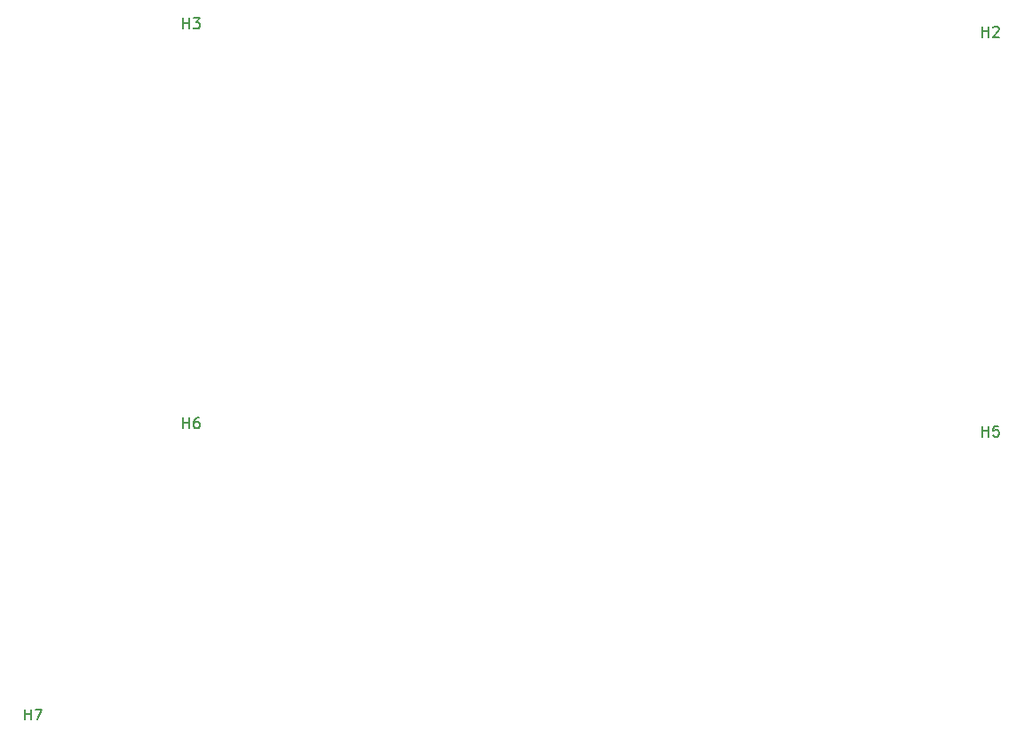
<source format=gbr>
%TF.GenerationSoftware,KiCad,Pcbnew,(5.1.9-0-10_14)*%
%TF.CreationDate,2021-04-19T01:21:19-05:00*%
%TF.ProjectId,wren-right-top,7772656e-2d72-4696-9768-742d746f702e,rev?*%
%TF.SameCoordinates,Original*%
%TF.FileFunction,Legend,Top*%
%TF.FilePolarity,Positive*%
%FSLAX46Y46*%
G04 Gerber Fmt 4.6, Leading zero omitted, Abs format (unit mm)*
G04 Created by KiCad (PCBNEW (5.1.9-0-10_14)) date 2021-04-19 01:21:19*
%MOMM*%
%LPD*%
G01*
G04 APERTURE LIST*
%ADD10C,0.150000*%
G04 APERTURE END LIST*
%TO.C,H7*%
D10*
X64357345Y-131052380D02*
X64357345Y-130052380D01*
X64357345Y-130528571D02*
X64928773Y-130528571D01*
X64928773Y-131052380D02*
X64928773Y-130052380D01*
X65309726Y-130052380D02*
X65976392Y-130052380D01*
X65547821Y-131052380D01*
%TO.C,H6*%
X79438595Y-103271130D02*
X79438595Y-102271130D01*
X79438595Y-102747321D02*
X80010023Y-102747321D01*
X80010023Y-103271130D02*
X80010023Y-102271130D01*
X80914785Y-102271130D02*
X80724309Y-102271130D01*
X80629071Y-102318750D01*
X80581452Y-102366369D01*
X80486214Y-102509226D01*
X80438595Y-102699702D01*
X80438595Y-103080654D01*
X80486214Y-103175892D01*
X80533833Y-103223511D01*
X80629071Y-103271130D01*
X80819547Y-103271130D01*
X80914785Y-103223511D01*
X80962404Y-103175892D01*
X81010023Y-103080654D01*
X81010023Y-102842559D01*
X80962404Y-102747321D01*
X80914785Y-102699702D01*
X80819547Y-102652083D01*
X80629071Y-102652083D01*
X80533833Y-102699702D01*
X80486214Y-102747321D01*
X80438595Y-102842559D01*
%TO.C,H5*%
X155638595Y-104064880D02*
X155638595Y-103064880D01*
X155638595Y-103541071D02*
X156210023Y-103541071D01*
X156210023Y-104064880D02*
X156210023Y-103064880D01*
X157162404Y-103064880D02*
X156686214Y-103064880D01*
X156638595Y-103541071D01*
X156686214Y-103493452D01*
X156781452Y-103445833D01*
X157019547Y-103445833D01*
X157114785Y-103493452D01*
X157162404Y-103541071D01*
X157210023Y-103636309D01*
X157210023Y-103874404D01*
X157162404Y-103969642D01*
X157114785Y-104017261D01*
X157019547Y-104064880D01*
X156781452Y-104064880D01*
X156686214Y-104017261D01*
X156638595Y-103969642D01*
%TO.C,H3*%
X79438595Y-65171130D02*
X79438595Y-64171130D01*
X79438595Y-64647321D02*
X80010023Y-64647321D01*
X80010023Y-65171130D02*
X80010023Y-64171130D01*
X80390976Y-64171130D02*
X81010023Y-64171130D01*
X80676690Y-64552083D01*
X80819547Y-64552083D01*
X80914785Y-64599702D01*
X80962404Y-64647321D01*
X81010023Y-64742559D01*
X81010023Y-64980654D01*
X80962404Y-65075892D01*
X80914785Y-65123511D01*
X80819547Y-65171130D01*
X80533833Y-65171130D01*
X80438595Y-65123511D01*
X80390976Y-65075892D01*
%TO.C,H2*%
X155638595Y-65964880D02*
X155638595Y-64964880D01*
X155638595Y-65441071D02*
X156210023Y-65441071D01*
X156210023Y-65964880D02*
X156210023Y-64964880D01*
X156638595Y-65060119D02*
X156686214Y-65012500D01*
X156781452Y-64964880D01*
X157019547Y-64964880D01*
X157114785Y-65012500D01*
X157162404Y-65060119D01*
X157210023Y-65155357D01*
X157210023Y-65250595D01*
X157162404Y-65393452D01*
X156590976Y-65964880D01*
X157210023Y-65964880D01*
%TD*%
M02*

</source>
